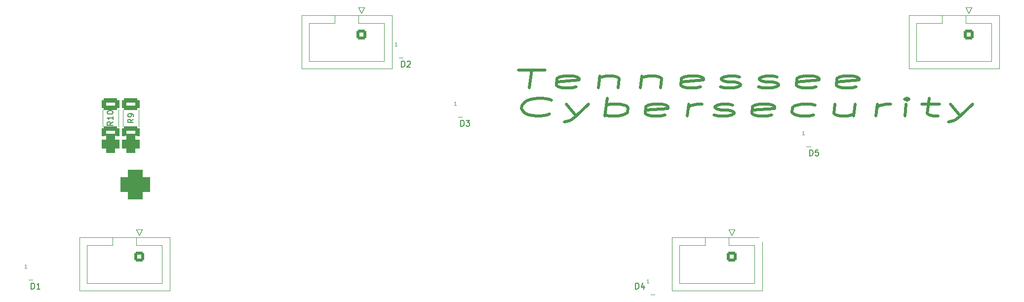
<source format=gto>
%TF.GenerationSoftware,KiCad,Pcbnew,6.0.10-86aedd382b~118~ubuntu22.04.1*%
%TF.CreationDate,2023-01-31T14:31:14-06:00*%
%TF.ProjectId,badge,62616467-652e-46b6-9963-61645f706362,rev?*%
%TF.SameCoordinates,Original*%
%TF.FileFunction,Legend,Top*%
%TF.FilePolarity,Positive*%
%FSLAX46Y46*%
G04 Gerber Fmt 4.6, Leading zero omitted, Abs format (unit mm)*
G04 Created by KiCad (PCBNEW 6.0.10-86aedd382b~118~ubuntu22.04.1) date 2023-01-31 14:31:14*
%MOMM*%
%LPD*%
G01*
G04 APERTURE LIST*
G04 Aperture macros list*
%AMRoundRect*
0 Rectangle with rounded corners*
0 $1 Rounding radius*
0 $2 $3 $4 $5 $6 $7 $8 $9 X,Y pos of 4 corners*
0 Add a 4 corners polygon primitive as box body*
4,1,4,$2,$3,$4,$5,$6,$7,$8,$9,$2,$3,0*
0 Add four circle primitives for the rounded corners*
1,1,$1+$1,$2,$3*
1,1,$1+$1,$4,$5*
1,1,$1+$1,$6,$7*
1,1,$1+$1,$8,$9*
0 Add four rect primitives between the rounded corners*
20,1,$1+$1,$2,$3,$4,$5,0*
20,1,$1+$1,$4,$5,$6,$7,0*
20,1,$1+$1,$6,$7,$8,$9,0*
20,1,$1+$1,$8,$9,$2,$3,0*%
%AMRotRect*
0 Rectangle, with rotation*
0 The origin of the aperture is its center*
0 $1 length*
0 $2 width*
0 $3 Rotation angle, in degrees counterclockwise*
0 Add horizontal line*
21,1,$1,$2,0,0,$3*%
G04 Aperture macros list end*
%ADD10C,0.500000*%
%ADD11C,0.150000*%
%ADD12C,0.100000*%
%ADD13C,0.120000*%
%ADD14R,1.000000X0.700000*%
%ADD15R,1.000000X0.500000*%
%ADD16RoundRect,0.357142X1.142858X-0.642858X1.142858X0.642858X-1.142858X0.642858X-1.142858X-0.642858X0*%
%ADD17C,3.000000*%
%ADD18RoundRect,0.250000X-0.600000X0.600000X-0.600000X-0.600000X0.600000X-0.600000X0.600000X0.600000X0*%
%ADD19C,1.700000*%
%ADD20O,3.000000X6.000000*%
%ADD21R,1.700000X1.700000*%
%ADD22O,6.000000X3.000000*%
%ADD23RoundRect,0.357142X-1.142858X0.642858X-1.142858X-0.642858X1.142858X-0.642858X1.142858X0.642858X0*%
%ADD24RotRect,1.700000X1.700000X355.000000*%
%ADD25R,1.800000X1.800000*%
%ADD26C,1.800000*%
%ADD27C,1.500000*%
%ADD28R,2.000000X1.905000*%
%ADD29O,2.000000X1.905000*%
%ADD30RoundRect,0.750000X0.750000X-0.750000X0.750000X0.750000X-0.750000X0.750000X-0.750000X-0.750000X0*%
%ADD31RoundRect,1.250000X1.250000X1.250000X-1.250000X1.250000X-1.250000X-1.250000X1.250000X-1.250000X0*%
G04 APERTURE END LIST*
D10*
X136099761Y-67062142D02*
X140671190Y-67062142D01*
X138010476Y-70062142D02*
X138385476Y-67062142D01*
X146028333Y-69919285D02*
X145248571Y-70062142D01*
X143724761Y-70062142D01*
X142980714Y-69919285D01*
X142635476Y-69633571D01*
X142778333Y-68490714D01*
X143195000Y-68205000D01*
X143974761Y-68062142D01*
X145498571Y-68062142D01*
X146242619Y-68205000D01*
X146587857Y-68490714D01*
X146552142Y-68776428D01*
X142706904Y-69062142D01*
X150070000Y-68062142D02*
X149820000Y-70062142D01*
X150034285Y-68347857D02*
X150433095Y-68205000D01*
X151212857Y-68062142D01*
X152355714Y-68062142D01*
X153099761Y-68205000D01*
X153445000Y-68490714D01*
X153248571Y-70062142D01*
X157308095Y-68062142D02*
X157058095Y-70062142D01*
X157272380Y-68347857D02*
X157671190Y-68205000D01*
X158450952Y-68062142D01*
X159593809Y-68062142D01*
X160337857Y-68205000D01*
X160683095Y-68490714D01*
X160486666Y-70062142D01*
X167361666Y-69919285D02*
X166581904Y-70062142D01*
X165058095Y-70062142D01*
X164314047Y-69919285D01*
X163968809Y-69633571D01*
X164111666Y-68490714D01*
X164528333Y-68205000D01*
X165308095Y-68062142D01*
X166831904Y-68062142D01*
X167575952Y-68205000D01*
X167921190Y-68490714D01*
X167885476Y-68776428D01*
X164040238Y-69062142D01*
X170790238Y-69919285D02*
X171534285Y-70062142D01*
X173058095Y-70062142D01*
X173837857Y-69919285D01*
X174254523Y-69633571D01*
X174272380Y-69490714D01*
X173927142Y-69205000D01*
X173183095Y-69062142D01*
X172040238Y-69062142D01*
X171296190Y-68919285D01*
X170950952Y-68633571D01*
X170968809Y-68490714D01*
X171385476Y-68205000D01*
X172165238Y-68062142D01*
X173308095Y-68062142D01*
X174052142Y-68205000D01*
X177266428Y-69919285D02*
X178010476Y-70062142D01*
X179534285Y-70062142D01*
X180314047Y-69919285D01*
X180730714Y-69633571D01*
X180748571Y-69490714D01*
X180403333Y-69205000D01*
X179659285Y-69062142D01*
X178516428Y-69062142D01*
X177772380Y-68919285D01*
X177427142Y-68633571D01*
X177445000Y-68490714D01*
X177861666Y-68205000D01*
X178641428Y-68062142D01*
X179784285Y-68062142D01*
X180528333Y-68205000D01*
X187171190Y-69919285D02*
X186391428Y-70062142D01*
X184867619Y-70062142D01*
X184123571Y-69919285D01*
X183778333Y-69633571D01*
X183921190Y-68490714D01*
X184337857Y-68205000D01*
X185117619Y-68062142D01*
X186641428Y-68062142D01*
X187385476Y-68205000D01*
X187730714Y-68490714D01*
X187695000Y-68776428D01*
X183849761Y-69062142D01*
X194028333Y-69919285D02*
X193248571Y-70062142D01*
X191724761Y-70062142D01*
X190980714Y-69919285D01*
X190635476Y-69633571D01*
X190778333Y-68490714D01*
X191195000Y-68205000D01*
X191974761Y-68062142D01*
X193498571Y-68062142D01*
X194242619Y-68205000D01*
X194587857Y-68490714D01*
X194552142Y-68776428D01*
X190706904Y-69062142D01*
X141474761Y-74606428D02*
X141075952Y-74749285D01*
X139915238Y-74892142D01*
X139153333Y-74892142D01*
X138028333Y-74749285D01*
X137302142Y-74463571D01*
X136956904Y-74177857D01*
X136647380Y-73606428D01*
X136700952Y-73177857D01*
X137153333Y-72606428D01*
X137570000Y-72320714D01*
X138367619Y-72035000D01*
X139528333Y-71892142D01*
X140290238Y-71892142D01*
X141415238Y-72035000D01*
X141778333Y-72177857D01*
X144355714Y-72892142D02*
X146010476Y-74892142D01*
X148165238Y-72892142D02*
X146010476Y-74892142D01*
X145159285Y-75606428D01*
X144760476Y-75749285D01*
X143980714Y-75892142D01*
X150962857Y-74892142D02*
X151337857Y-71892142D01*
X151195000Y-73035000D02*
X151974761Y-72892142D01*
X153498571Y-72892142D01*
X154242619Y-73035000D01*
X154605714Y-73177857D01*
X154950952Y-73463571D01*
X154843809Y-74320714D01*
X154427142Y-74606428D01*
X154028333Y-74749285D01*
X153248571Y-74892142D01*
X151724761Y-74892142D01*
X150980714Y-74749285D01*
X161266428Y-74749285D02*
X160486666Y-74892142D01*
X158962857Y-74892142D01*
X158218809Y-74749285D01*
X157873571Y-74463571D01*
X158016428Y-73320714D01*
X158433095Y-73035000D01*
X159212857Y-72892142D01*
X160736666Y-72892142D01*
X161480714Y-73035000D01*
X161825952Y-73320714D01*
X161790238Y-73606428D01*
X157945000Y-73892142D01*
X165058095Y-74892142D02*
X165308095Y-72892142D01*
X165236666Y-73463571D02*
X165653333Y-73177857D01*
X166052142Y-73035000D01*
X166831904Y-72892142D01*
X167593809Y-72892142D01*
X169647380Y-74749285D02*
X170391428Y-74892142D01*
X171915238Y-74892142D01*
X172695000Y-74749285D01*
X173111666Y-74463571D01*
X173129523Y-74320714D01*
X172784285Y-74035000D01*
X172040238Y-73892142D01*
X170897380Y-73892142D01*
X170153333Y-73749285D01*
X169808095Y-73463571D01*
X169825952Y-73320714D01*
X170242619Y-73035000D01*
X171022380Y-72892142D01*
X172165238Y-72892142D01*
X172909285Y-73035000D01*
X179552142Y-74749285D02*
X178772380Y-74892142D01*
X177248571Y-74892142D01*
X176504523Y-74749285D01*
X176159285Y-74463571D01*
X176302142Y-73320714D01*
X176718809Y-73035000D01*
X177498571Y-72892142D01*
X179022380Y-72892142D01*
X179766428Y-73035000D01*
X180111666Y-73320714D01*
X180075952Y-73606428D01*
X176230714Y-73892142D01*
X186790238Y-74749285D02*
X186010476Y-74892142D01*
X184486666Y-74892142D01*
X183742619Y-74749285D01*
X183379523Y-74606428D01*
X183034285Y-74320714D01*
X183141428Y-73463571D01*
X183558095Y-73177857D01*
X183956904Y-73035000D01*
X184736666Y-72892142D01*
X186260476Y-72892142D01*
X187004523Y-73035000D01*
X193879523Y-72892142D02*
X193629523Y-74892142D01*
X190450952Y-72892142D02*
X190254523Y-74463571D01*
X190599761Y-74749285D01*
X191343809Y-74892142D01*
X192486666Y-74892142D01*
X193266428Y-74749285D01*
X193665238Y-74606428D01*
X197439047Y-74892142D02*
X197689047Y-72892142D01*
X197617619Y-73463571D02*
X198034285Y-73177857D01*
X198433095Y-73035000D01*
X199212857Y-72892142D01*
X199974761Y-72892142D01*
X202391428Y-74892142D02*
X202641428Y-72892142D01*
X202766428Y-71892142D02*
X202367619Y-72035000D01*
X202730714Y-72177857D01*
X203129523Y-72035000D01*
X202766428Y-71892142D01*
X202730714Y-72177857D01*
X205308095Y-72892142D02*
X208355714Y-72892142D01*
X206575952Y-71892142D02*
X206254523Y-74463571D01*
X206599761Y-74749285D01*
X207343809Y-74892142D01*
X208105714Y-74892142D01*
X210260476Y-72892142D02*
X211915238Y-74892142D01*
X214070000Y-72892142D02*
X211915238Y-74892142D01*
X211064047Y-75606428D01*
X210665238Y-75749285D01*
X209885476Y-75892142D01*
D11*
%TO.C,D3*%
X126261904Y-76652380D02*
X126261904Y-75652380D01*
X126500000Y-75652380D01*
X126642857Y-75700000D01*
X126738095Y-75795238D01*
X126785714Y-75890476D01*
X126833333Y-76080952D01*
X126833333Y-76223809D01*
X126785714Y-76414285D01*
X126738095Y-76509523D01*
X126642857Y-76604761D01*
X126500000Y-76652380D01*
X126261904Y-76652380D01*
X127166666Y-75652380D02*
X127785714Y-75652380D01*
X127452380Y-76033333D01*
X127595238Y-76033333D01*
X127690476Y-76080952D01*
X127738095Y-76128571D01*
X127785714Y-76223809D01*
X127785714Y-76461904D01*
X127738095Y-76557142D01*
X127690476Y-76604761D01*
X127595238Y-76652380D01*
X127309523Y-76652380D01*
X127214285Y-76604761D01*
X127166666Y-76557142D01*
D12*
X125471428Y-73031428D02*
X125128571Y-73031428D01*
X125300000Y-73031428D02*
X125300000Y-72431428D01*
X125242857Y-72517142D01*
X125185714Y-72574285D01*
X125128571Y-72602857D01*
D11*
%TO.C,R9*%
X70134665Y-75467058D02*
X69658475Y-75800392D01*
X70134665Y-76038487D02*
X69134665Y-76038487D01*
X69134665Y-75657534D01*
X69182285Y-75562296D01*
X69229904Y-75514677D01*
X69325142Y-75467058D01*
X69467999Y-75467058D01*
X69563237Y-75514677D01*
X69610856Y-75562296D01*
X69658475Y-75657534D01*
X69658475Y-76038487D01*
X70134665Y-74990868D02*
X70134665Y-74800392D01*
X70087046Y-74705153D01*
X70039427Y-74657534D01*
X69896570Y-74562296D01*
X69706094Y-74514677D01*
X69325142Y-74514677D01*
X69229904Y-74562296D01*
X69182285Y-74609915D01*
X69134665Y-74705153D01*
X69134665Y-74895630D01*
X69182285Y-74990868D01*
X69229904Y-75038487D01*
X69325142Y-75086106D01*
X69563237Y-75086106D01*
X69658475Y-75038487D01*
X69706094Y-74990868D01*
X69753713Y-74895630D01*
X69753713Y-74705153D01*
X69706094Y-74609915D01*
X69658475Y-74562296D01*
X69563237Y-74514677D01*
%TO.C,D2*%
X116101904Y-66492380D02*
X116101904Y-65492380D01*
X116340000Y-65492380D01*
X116482857Y-65540000D01*
X116578095Y-65635238D01*
X116625714Y-65730476D01*
X116673333Y-65920952D01*
X116673333Y-66063809D01*
X116625714Y-66254285D01*
X116578095Y-66349523D01*
X116482857Y-66444761D01*
X116340000Y-66492380D01*
X116101904Y-66492380D01*
X117054285Y-65587619D02*
X117101904Y-65540000D01*
X117197142Y-65492380D01*
X117435238Y-65492380D01*
X117530476Y-65540000D01*
X117578095Y-65587619D01*
X117625714Y-65682857D01*
X117625714Y-65778095D01*
X117578095Y-65920952D01*
X117006666Y-66492380D01*
X117625714Y-66492380D01*
D12*
X115311428Y-62871428D02*
X114968571Y-62871428D01*
X115140000Y-62871428D02*
X115140000Y-62271428D01*
X115082857Y-62357142D01*
X115025714Y-62414285D01*
X114968571Y-62442857D01*
D11*
%TO.C,D1*%
X52601904Y-104592380D02*
X52601904Y-103592380D01*
X52840000Y-103592380D01*
X52982857Y-103640000D01*
X53078095Y-103735238D01*
X53125714Y-103830476D01*
X53173333Y-104020952D01*
X53173333Y-104163809D01*
X53125714Y-104354285D01*
X53078095Y-104449523D01*
X52982857Y-104544761D01*
X52840000Y-104592380D01*
X52601904Y-104592380D01*
X54125714Y-104592380D02*
X53554285Y-104592380D01*
X53840000Y-104592380D02*
X53840000Y-103592380D01*
X53744761Y-103735238D01*
X53649523Y-103830476D01*
X53554285Y-103878095D01*
D12*
X51811428Y-100971428D02*
X51468571Y-100971428D01*
X51640000Y-100971428D02*
X51640000Y-100371428D01*
X51582857Y-100457142D01*
X51525714Y-100514285D01*
X51468571Y-100542857D01*
D11*
%TO.C,D4*%
X156241904Y-104592380D02*
X156241904Y-103592380D01*
X156480000Y-103592380D01*
X156622857Y-103640000D01*
X156718095Y-103735238D01*
X156765714Y-103830476D01*
X156813333Y-104020952D01*
X156813333Y-104163809D01*
X156765714Y-104354285D01*
X156718095Y-104449523D01*
X156622857Y-104544761D01*
X156480000Y-104592380D01*
X156241904Y-104592380D01*
X157670476Y-103925714D02*
X157670476Y-104592380D01*
X157432380Y-103544761D02*
X157194285Y-104259047D01*
X157813333Y-104259047D01*
D12*
X158491428Y-103511428D02*
X158148571Y-103511428D01*
X158320000Y-103511428D02*
X158320000Y-102911428D01*
X158262857Y-102997142D01*
X158205714Y-103054285D01*
X158148571Y-103082857D01*
D11*
%TO.C,D5*%
X186086209Y-81732380D02*
X186086209Y-80732380D01*
X186324305Y-80732380D01*
X186467162Y-80780000D01*
X186562400Y-80875238D01*
X186610019Y-80970476D01*
X186657638Y-81160952D01*
X186657638Y-81303809D01*
X186610019Y-81494285D01*
X186562400Y-81589523D01*
X186467162Y-81684761D01*
X186324305Y-81732380D01*
X186086209Y-81732380D01*
X187562400Y-80732380D02*
X187086209Y-80732380D01*
X187038590Y-81208571D01*
X187086209Y-81160952D01*
X187181447Y-81113333D01*
X187419543Y-81113333D01*
X187514781Y-81160952D01*
X187562400Y-81208571D01*
X187610019Y-81303809D01*
X187610019Y-81541904D01*
X187562400Y-81637142D01*
X187514781Y-81684761D01*
X187419543Y-81732380D01*
X187181447Y-81732380D01*
X187086209Y-81684761D01*
X187038590Y-81637142D01*
D12*
X185195733Y-78113791D02*
X184852876Y-78113791D01*
X185024305Y-78113791D02*
X185024305Y-77513791D01*
X184967162Y-77599505D01*
X184910019Y-77656648D01*
X184852876Y-77685220D01*
D11*
%TO.C,R10*%
X66628190Y-75918321D02*
X66152000Y-76251654D01*
X66628190Y-76489749D02*
X65628190Y-76489749D01*
X65628190Y-76108797D01*
X65675810Y-76013559D01*
X65723429Y-75965940D01*
X65818667Y-75918321D01*
X65961524Y-75918321D01*
X66056762Y-75965940D01*
X66104381Y-76013559D01*
X66152000Y-76108797D01*
X66152000Y-76489749D01*
X66628190Y-74965940D02*
X66628190Y-75537368D01*
X66628190Y-75251654D02*
X65628190Y-75251654D01*
X65771048Y-75346892D01*
X65866286Y-75442130D01*
X65913905Y-75537368D01*
X65628190Y-74346892D02*
X65628190Y-74251654D01*
X65675810Y-74156416D01*
X65723429Y-74108797D01*
X65818667Y-74061178D01*
X66009143Y-74013559D01*
X66247238Y-74013559D01*
X66437714Y-74061178D01*
X66532952Y-74108797D01*
X66580571Y-74156416D01*
X66628190Y-74251654D01*
X66628190Y-74346892D01*
X66580571Y-74442130D01*
X66532952Y-74489749D01*
X66437714Y-74537368D01*
X66247238Y-74584987D01*
X66009143Y-74584987D01*
X65818667Y-74537368D01*
X65723429Y-74489749D01*
X65675810Y-74442130D01*
X65628190Y-74346892D01*
D13*
%TO.C,D3*%
X125800000Y-75060000D02*
X126500000Y-75060000D01*
%TO.C,R9*%
X68320000Y-76827064D02*
X68320000Y-73772936D01*
X71040000Y-76827064D02*
X71040000Y-73772936D01*
%TO.C,D2*%
X115640000Y-64900000D02*
X116340000Y-64900000D01*
%TO.C,D1*%
X52140000Y-103000000D02*
X52840000Y-103000000D01*
%TO.C,J1*%
X217270000Y-58980000D02*
X217270000Y-65480000D01*
X213860000Y-56280000D02*
X212860000Y-56280000D01*
X204370000Y-58980000D02*
X208770000Y-58980000D01*
X212870000Y-58980000D02*
X217270000Y-58980000D01*
X218570000Y-66790000D02*
X203070000Y-66790000D01*
X203070000Y-57670000D02*
X218570000Y-57670000D01*
X212870000Y-57670000D02*
X212870000Y-58980000D01*
X218570000Y-57670000D02*
X218570000Y-66790000D01*
X212860000Y-56280000D02*
X213360000Y-57280000D01*
X208770000Y-58980000D02*
X208770000Y-58980000D01*
X213360000Y-57280000D02*
X213860000Y-56280000D01*
X203070000Y-66790000D02*
X203070000Y-57670000D01*
X204370000Y-65480000D02*
X204370000Y-58980000D01*
X208770000Y-58980000D02*
X208770000Y-57670000D01*
X217270000Y-65480000D02*
X204370000Y-65480000D01*
X98930000Y-66790000D02*
X98930000Y-57670000D01*
X113130000Y-58980000D02*
X113130000Y-65480000D01*
X100230000Y-58980000D02*
X104630000Y-58980000D01*
X108720000Y-56280000D02*
X109220000Y-57280000D01*
X114430000Y-66790000D02*
X98930000Y-66790000D01*
X104630000Y-58980000D02*
X104630000Y-57670000D01*
X100230000Y-65480000D02*
X100230000Y-58980000D01*
X109720000Y-56280000D02*
X108720000Y-56280000D01*
X98930000Y-57670000D02*
X114430000Y-57670000D01*
X104630000Y-58980000D02*
X104630000Y-58980000D01*
X108730000Y-58980000D02*
X113130000Y-58980000D01*
X109220000Y-57280000D02*
X109720000Y-56280000D01*
X113130000Y-65480000D02*
X100230000Y-65480000D01*
X114430000Y-57670000D02*
X114430000Y-66790000D01*
X108730000Y-57670000D02*
X108730000Y-58980000D01*
%TO.C,D4*%
X158820000Y-105540000D02*
X159520000Y-105540000D01*
%TO.C,D5*%
X185524305Y-80142363D02*
X186224305Y-80142363D01*
%TO.C,J1*%
X176630000Y-103580000D02*
X163730000Y-103580000D01*
X172720000Y-95380000D02*
X173220000Y-94380000D01*
X177930000Y-95770000D02*
X177930000Y-104890000D01*
X163730000Y-103580000D02*
X163730000Y-97080000D01*
X162430000Y-95770000D02*
X177930000Y-95770000D01*
X172220000Y-94380000D02*
X172720000Y-95380000D01*
X168130000Y-97080000D02*
X168130000Y-95770000D01*
X163730000Y-97080000D02*
X168130000Y-97080000D01*
X176630000Y-97080000D02*
X176630000Y-103580000D01*
X168130000Y-97080000D02*
X168130000Y-97080000D01*
X177930000Y-104890000D02*
X162430000Y-104890000D01*
X173220000Y-94380000D02*
X172220000Y-94380000D01*
X172230000Y-95770000D02*
X172230000Y-97080000D01*
X162430000Y-104890000D02*
X162430000Y-95770000D01*
X172230000Y-97080000D02*
X176630000Y-97080000D01*
%TO.C,R10*%
X67530000Y-73772936D02*
X67530000Y-76827064D01*
X64810000Y-73772936D02*
X64810000Y-76827064D01*
%TO.C,J1*%
X70630000Y-97080000D02*
X75030000Y-97080000D01*
X75030000Y-103580000D02*
X62130000Y-103580000D01*
X76330000Y-104890000D02*
X60830000Y-104890000D01*
X66530000Y-97080000D02*
X66530000Y-95770000D01*
X70620000Y-94380000D02*
X71120000Y-95380000D01*
X71120000Y-95380000D02*
X71620000Y-94380000D01*
X62130000Y-97080000D02*
X66530000Y-97080000D01*
X71620000Y-94380000D02*
X70620000Y-94380000D01*
X62130000Y-103580000D02*
X62130000Y-97080000D01*
X60830000Y-95770000D02*
X76330000Y-95770000D01*
X75030000Y-97080000D02*
X75030000Y-103580000D01*
X76330000Y-95770000D02*
X76330000Y-104890000D01*
X70630000Y-95770000D02*
X70630000Y-97080000D01*
X60830000Y-104890000D02*
X60830000Y-95770000D01*
X66530000Y-97080000D02*
X66530000Y-97080000D01*
%TD*%
%LPC*%
D14*
%TO.C,D3*%
X126050000Y-72660000D03*
D15*
X126050000Y-73660000D03*
D14*
X126050000Y-74660000D03*
X127950000Y-74660000D03*
D15*
X127950000Y-73660000D03*
D14*
X127950000Y-72660000D03*
%TD*%
D16*
%TO.C,R9*%
X69680000Y-77700000D03*
X69680000Y-72900000D03*
%TD*%
D14*
%TO.C,D2*%
X115890000Y-62500000D03*
D15*
X115890000Y-63500000D03*
D14*
X115890000Y-64500000D03*
X117790000Y-64500000D03*
D15*
X117790000Y-63500000D03*
D14*
X117790000Y-62500000D03*
%TD*%
%TO.C,D1*%
X52390000Y-100600000D03*
D15*
X52390000Y-101600000D03*
D14*
X52390000Y-102600000D03*
X54290000Y-102600000D03*
D15*
X54290000Y-101600000D03*
D14*
X54290000Y-100600000D03*
%TD*%
D17*
%TO.C,hole1*%
X68580000Y-62230000D03*
%TD*%
D18*
%TO.C,J1*%
X213360000Y-60960000D03*
D19*
X213360000Y-63500000D03*
X210820000Y-60960000D03*
X210820000Y-63500000D03*
X208280000Y-60960000D03*
X208280000Y-63500000D03*
%TD*%
D20*
%TO.C,bb1*%
X187960000Y-63500000D03*
%TD*%
D18*
%TO.C,J1*%
X109220000Y-60960000D03*
D19*
X109220000Y-63500000D03*
X106680000Y-60960000D03*
X106680000Y-63500000D03*
X104140000Y-60960000D03*
X104140000Y-63500000D03*
%TD*%
D20*
%TO.C,bb2*%
X187960000Y-86360000D03*
%TD*%
D14*
%TO.C,D4*%
X159070000Y-103140000D03*
D15*
X159070000Y-104140000D03*
D14*
X159070000Y-105140000D03*
X160970000Y-105140000D03*
D15*
X160970000Y-104140000D03*
D14*
X160970000Y-103140000D03*
%TD*%
D17*
%TO.C,U2*%
X115360000Y-103020000D03*
X180360000Y-103020000D03*
X115360000Y-135020000D03*
X180360000Y-135020000D03*
D21*
X137160000Y-101600000D03*
D19*
X139700000Y-101600000D03*
X142240000Y-101600000D03*
X144780000Y-101600000D03*
X147320000Y-101600000D03*
X149860000Y-101600000D03*
X152400000Y-101600000D03*
X154940000Y-101600000D03*
%TD*%
D14*
%TO.C,D5*%
X185774305Y-77742363D03*
D15*
X185774305Y-78742363D03*
D14*
X185774305Y-79742363D03*
X187674305Y-79742363D03*
D15*
X187674305Y-78742363D03*
D14*
X187674305Y-77742363D03*
%TD*%
D18*
%TO.C,J1*%
X172720000Y-99060000D03*
D19*
X172720000Y-101600000D03*
X170180000Y-99060000D03*
X170180000Y-101600000D03*
X167640000Y-99060000D03*
X167640000Y-101600000D03*
%TD*%
D20*
%TO.C,bb5*%
X134620000Y-86360000D03*
%TD*%
%TO.C,bb6*%
X134620000Y-63500000D03*
%TD*%
D22*
%TO.C,bb4*%
X142240000Y-95250000D03*
%TD*%
D17*
%TO.C,hole2*%
X228600000Y-62230000D03*
%TD*%
D23*
%TO.C,R10*%
X66170000Y-72900000D03*
X66170000Y-77700000D03*
%TD*%
D18*
%TO.C,J1*%
X71120000Y-99060000D03*
D19*
X71120000Y-101600000D03*
X68580000Y-99060000D03*
X68580000Y-101600000D03*
X66040000Y-99060000D03*
X66040000Y-101600000D03*
%TD*%
D22*
%TO.C,bb3*%
X180340000Y-95250000D03*
%TD*%
D17*
%TO.C,U2*%
X56359194Y-63191546D03*
X118322866Y-100734900D03*
X121111850Y-68856670D03*
X53570211Y-95069777D03*
D24*
X78200000Y-63676945D03*
D19*
X80730335Y-63898321D03*
X83260669Y-64119696D03*
X85791004Y-64341072D03*
X88321338Y-64562447D03*
X90851673Y-64783823D03*
X93382007Y-65005199D03*
X95912342Y-65226574D03*
%TD*%
D25*
%TO.C,D6*%
X119380000Y-86360000D03*
D26*
X119380000Y-83820000D03*
%TD*%
D27*
%TO.C,R2*%
X132080000Y-60953212D03*
X128680000Y-60953212D03*
%TD*%
D28*
%TO.C,U3*%
X107885000Y-88900000D03*
D29*
X107885000Y-86360000D03*
X107885000Y-83820000D03*
%TD*%
D30*
%TO.C,U1*%
X69679266Y-79714877D03*
X66169266Y-79714877D03*
D31*
X70470010Y-86659629D03*
%TD*%
M02*

</source>
